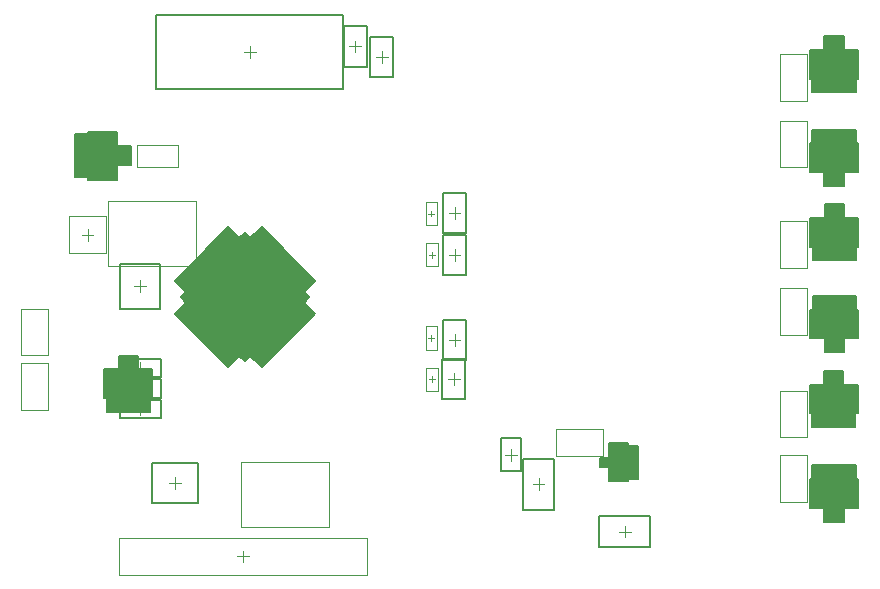
<source format=gbr>
%TF.GenerationSoftware,Altium Limited,Altium Designer,21.6.4 (81)*%
G04 Layer_Color=32768*
%FSLAX43Y43*%
%MOMM*%
%TF.SameCoordinates,EF7AACBD-433E-4B6D-8733-A8E214C0EB56*%
%TF.FilePolarity,Positive*%
%TF.FileFunction,Other,Mechanical_15*%
%TF.Part,Single*%
G01*
G75*
%TA.AperFunction,NonConductor*%
%ADD58C,0.100*%
%ADD59C,0.152*%
%ADD60C,0.200*%
%ADD81C,0.050*%
G36*
X82295Y52655D02*
X83515D01*
Y50242D01*
X83311D01*
Y49070D01*
X79655D01*
Y50242D01*
X79451D01*
Y52655D01*
X80671D01*
Y53827D01*
X82295D01*
Y52655D01*
D02*
G37*
G36*
X20764Y44525D02*
X21937D01*
Y42901D01*
X20764D01*
Y41681D01*
X18351D01*
Y41885D01*
X17179D01*
Y45541D01*
X18351D01*
Y45745D01*
X20764D01*
Y44525D01*
D02*
G37*
G36*
X83311Y44742D02*
X83515D01*
Y42329D01*
X82295D01*
Y41157D01*
X80671D01*
Y42329D01*
X79451D01*
Y44742D01*
X79655D01*
Y45914D01*
X83311D01*
Y44742D01*
D02*
G37*
G36*
X37543Y33136D02*
X36586Y32179D01*
X37040Y31725D01*
X36586Y31271D01*
X37543Y30314D01*
X33009Y25780D01*
X32052Y26737D01*
X31598Y26283D01*
X31144Y26737D01*
X30187Y25780D01*
X25653Y30314D01*
X26610Y31271D01*
X26156Y31725D01*
X26610Y32179D01*
X25653Y33136D01*
X30187Y37670D01*
X31144Y36713D01*
X31598Y37167D01*
X32052Y36713D01*
X33009Y37670D01*
X37543Y33136D01*
D02*
G37*
G36*
X82321Y38431D02*
X83541D01*
Y36018D01*
X83337D01*
Y34846D01*
X79681D01*
Y36018D01*
X79477D01*
Y38431D01*
X80697D01*
Y39603D01*
X82321D01*
Y38431D01*
D02*
G37*
G36*
X83337Y30645D02*
X83541D01*
Y28232D01*
X82321D01*
Y27060D01*
X80697D01*
Y28232D01*
X79477D01*
Y30645D01*
X79681D01*
Y31817D01*
X83337D01*
Y30645D01*
D02*
G37*
G36*
X22554Y25616D02*
X23774D01*
Y23203D01*
X23570D01*
Y22031D01*
X19914D01*
Y23203D01*
X19710D01*
Y25616D01*
X20930D01*
Y26788D01*
X22554D01*
Y25616D01*
D02*
G37*
G36*
X82270Y24295D02*
X83490D01*
Y21882D01*
X83286D01*
Y20710D01*
X79630D01*
Y21882D01*
X79426D01*
Y24295D01*
X80646D01*
Y25467D01*
X82270D01*
Y24295D01*
D02*
G37*
G36*
X64072Y19136D02*
X64844D01*
Y16373D01*
X64072D01*
Y16129D01*
X62471D01*
Y17389D01*
X61699D01*
Y18120D01*
X62471D01*
Y19380D01*
X64072D01*
Y19136D01*
D02*
G37*
G36*
X83311Y16319D02*
X83515D01*
Y13906D01*
X82295D01*
Y12734D01*
X80671D01*
Y13906D01*
X79451D01*
Y16319D01*
X79655D01*
Y17492D01*
X83311D01*
Y16319D01*
D02*
G37*
D58*
X25201Y15961D02*
X26201D01*
X25701Y15461D02*
Y16461D01*
X22258Y24003D02*
X23258D01*
X22758Y23503D02*
Y24503D01*
X22258Y22250D02*
X23258D01*
X22758Y21750D02*
Y22750D01*
X40945Y52459D02*
Y53459D01*
X40445Y52959D02*
X41445D01*
X43205Y51531D02*
Y52531D01*
X42705Y52031D02*
X43705D01*
X47172Y35331D02*
X47672D01*
X47422Y35081D02*
Y35581D01*
X47146Y38811D02*
X47646D01*
X47396Y38561D02*
Y39061D01*
X49352Y38337D02*
Y39337D01*
X48852Y38837D02*
X49852D01*
X49301Y24277D02*
Y25277D01*
X48801Y24777D02*
X49801D01*
X49352Y34806D02*
Y35806D01*
X48852Y35306D02*
X49852D01*
X49352Y27618D02*
Y28618D01*
X48852Y28118D02*
X49852D01*
X47146Y28296D02*
X47646D01*
X47396Y28046D02*
Y28546D01*
X47172Y24765D02*
X47672D01*
X47422Y24515D02*
Y25015D01*
X22743Y32143D02*
Y33143D01*
X22243Y32643D02*
X23243D01*
X22427Y44588D02*
X25927D01*
X22427Y42788D02*
Y44588D01*
Y42788D02*
X25927D01*
Y44588D01*
X18279Y36518D02*
Y37518D01*
X17779Y37018D02*
X18779D01*
X54102Y17890D02*
Y18890D01*
X53602Y18390D02*
X54602D01*
X55964Y15889D02*
X56964D01*
X56464Y15389D02*
Y16389D01*
X63754Y11387D02*
Y12387D01*
X63254Y11887D02*
X64254D01*
X22758Y25256D02*
Y26256D01*
X22258Y25756D02*
X23258D01*
X32004Y51972D02*
Y52972D01*
X31504Y52472D02*
X32504D01*
D59*
X23774Y23203D02*
Y25616D01*
X22554D02*
X23774D01*
X22554D02*
Y26788D01*
X20930D02*
X22554D01*
X20930Y25616D02*
Y26788D01*
X19710Y25616D02*
X20930D01*
X19710Y23203D02*
Y25616D01*
Y23203D02*
X19914D01*
X23570D02*
X23774D01*
X19914Y22031D02*
Y23203D01*
X23570Y22031D02*
Y23203D01*
X19914Y22031D02*
X23570D01*
X18351Y41681D02*
X20764D01*
Y42901D01*
X21937D01*
Y44525D01*
X20764D02*
X21937D01*
X20764D02*
Y45745D01*
X18351D02*
X20764D01*
X18351Y45541D02*
Y45745D01*
Y41681D02*
Y41885D01*
X17179Y45541D02*
X18351D01*
X17179Y41885D02*
X18351D01*
X17179D02*
Y45541D01*
X79477Y28232D02*
Y30645D01*
Y28232D02*
X80697D01*
Y27060D02*
Y28232D01*
Y27060D02*
X82321D01*
Y28232D01*
X83541D01*
Y30645D01*
X83337D02*
X83541D01*
X79477D02*
X79681D01*
X83337D02*
Y31817D01*
X79681Y30645D02*
Y31817D01*
X83337D01*
X83541Y36018D02*
Y38431D01*
X82321D02*
X83541D01*
X82321D02*
Y39603D01*
X80697D02*
X82321D01*
X80697Y38431D02*
Y39603D01*
X79477Y38431D02*
X80697D01*
X79477Y36018D02*
Y38431D01*
Y36018D02*
X79681D01*
X83337D02*
X83541D01*
X79681Y34846D02*
Y36018D01*
X83337Y34846D02*
Y36018D01*
X79681Y34846D02*
X83337D01*
X83490Y21882D02*
Y24295D01*
X82270D02*
X83490D01*
X82270D02*
Y25467D01*
X80646D02*
X82270D01*
X80646Y24295D02*
Y25467D01*
X79426Y24295D02*
X80646D01*
X79426Y21882D02*
Y24295D01*
Y21882D02*
X79630D01*
X83286D02*
X83490D01*
X79630Y20710D02*
Y21882D01*
X83286Y20710D02*
Y21882D01*
X79630Y20710D02*
X83286D01*
X79451Y13906D02*
Y16319D01*
Y13906D02*
X80671D01*
Y12734D02*
Y13906D01*
Y12734D02*
X82295D01*
Y13906D01*
X83515D01*
Y16319D01*
X83311D02*
X83515D01*
X79451D02*
X79655D01*
X83311D02*
Y17492D01*
X79655Y16319D02*
Y17492D01*
X83311D01*
X79451Y42329D02*
Y44742D01*
Y42329D02*
X80671D01*
Y41157D02*
Y42329D01*
Y41157D02*
X82295D01*
Y42329D01*
X83515D01*
Y44742D01*
X83311D02*
X83515D01*
X79451D02*
X79655D01*
X83311D02*
Y45914D01*
X79655Y44742D02*
Y45914D01*
X83311D01*
X83515Y50242D02*
Y52655D01*
X82295D02*
X83515D01*
X82295D02*
Y53827D01*
X80671D02*
X82295D01*
X80671Y52655D02*
Y53827D01*
X79451Y52655D02*
X80671D01*
X79451Y50242D02*
Y52655D01*
Y50242D02*
X79655D01*
X83311D02*
X83515D01*
X79655Y49070D02*
Y50242D01*
X83311Y49070D02*
Y50242D01*
X79655Y49070D02*
X83311D01*
X62471Y19380D02*
X64072D01*
X62471Y18120D02*
Y19380D01*
X61699Y18120D02*
X62471D01*
X61699Y17389D02*
Y18120D01*
Y17389D02*
X62471D01*
Y16129D02*
Y17389D01*
Y16129D02*
X64072D01*
Y16373D01*
Y19136D02*
Y19380D01*
Y16373D02*
X64844D01*
X64072Y19136D02*
X64844D01*
Y16373D02*
Y19136D01*
X26156Y31725D02*
X26610Y32179D01*
X25653Y33136D02*
X26610Y32179D01*
X25653Y33136D02*
X30187Y37670D01*
X31144Y36713D01*
X31598Y37167D01*
Y26283D02*
X32052Y26737D01*
X33009Y25780D01*
X37543Y30314D01*
X36586Y31271D02*
X37543Y30314D01*
X36586Y31271D02*
X37040Y31725D01*
X31144Y26737D02*
X31598Y26283D01*
X30187Y25780D02*
X31144Y26737D01*
X25653Y30314D02*
X30187Y25780D01*
X25653Y30314D02*
X26610Y31271D01*
X26156Y31725D02*
X26610Y31271D01*
X36586Y32179D02*
X37040Y31725D01*
X36586Y32179D02*
X37543Y33136D01*
X33009Y37670D02*
X37543Y33136D01*
X32052Y36713D02*
X33009Y37670D01*
X31598Y37167D02*
X32052Y36713D01*
D60*
X23778Y14261D02*
X27623D01*
Y17661D01*
X23778D02*
X27623D01*
X23778Y14261D02*
Y17661D01*
X21058Y24778D02*
X24458D01*
Y23228D02*
Y24778D01*
X21058Y23228D02*
X24458D01*
X21058D02*
Y24778D01*
Y23025D02*
X24458D01*
Y21475D02*
Y23025D01*
X21058Y21475D02*
X24458D01*
X21058D02*
Y23025D01*
X41923Y51256D02*
Y54662D01*
X39967D02*
X41923D01*
X39967Y51256D02*
Y54662D01*
Y51256D02*
X41923D01*
X44183Y50328D02*
Y53734D01*
X42227D02*
X44183D01*
X42227Y50328D02*
Y53734D01*
Y50328D02*
X44183D01*
X48374Y37133D02*
Y40540D01*
Y37133D02*
X50330D01*
Y40540D01*
X48374D02*
X50330D01*
X50279Y23074D02*
Y26480D01*
X48323D02*
X50279D01*
X48323Y23074D02*
Y26480D01*
Y23074D02*
X50279D01*
X50330Y33603D02*
Y37009D01*
X48374D02*
X50330D01*
X48374Y33603D02*
Y37009D01*
Y33603D02*
X50330D01*
X48374Y26415D02*
Y29821D01*
Y26415D02*
X50330D01*
Y29821D01*
X48374D02*
X50330D01*
X21043Y30721D02*
Y34566D01*
Y30721D02*
X24443D01*
Y34566D01*
X21043D02*
X24443D01*
X53252Y16990D02*
Y19790D01*
Y16990D02*
X54952D01*
Y19790D01*
X53252D02*
X54952D01*
X55186Y18042D02*
X57742D01*
Y13736D02*
Y18042D01*
X55186Y13736D02*
X57742D01*
X55186D02*
Y18042D01*
X65907Y10609D02*
Y13165D01*
X61601Y10609D02*
X65907D01*
X61601D02*
Y13165D01*
X65907D01*
X21058Y24981D02*
Y26531D01*
Y24981D02*
X24458D01*
Y26531D01*
X21058D02*
X24458D01*
X39904Y49322D02*
Y55622D01*
X24104D02*
X39904D01*
X24104Y49322D02*
Y55622D01*
Y49322D02*
X39904D01*
D81*
X38707Y12236D02*
Y17736D01*
X31257Y12236D02*
X38707D01*
X31257D02*
Y17736D01*
X38707D01*
X46922Y34331D02*
Y36331D01*
X47922D01*
Y34331D02*
Y36331D01*
X46922Y34331D02*
X47922D01*
X47896Y37811D02*
Y39811D01*
X46896Y37811D02*
X47896D01*
X46896D02*
Y39811D01*
X47896D01*
Y27296D02*
Y29296D01*
X46896Y27296D02*
X47896D01*
X46896D02*
Y29296D01*
X47896D01*
X46922Y23765D02*
Y25765D01*
X47922D01*
Y23765D02*
Y25765D01*
X46922Y23765D02*
X47922D01*
X27474Y34410D02*
Y39910D01*
X20024Y34410D02*
X27474D01*
X20024D02*
Y39910D01*
X27474D01*
X16729Y35458D02*
X19829D01*
X16729Y38578D02*
X19829D01*
X16729Y35458D02*
Y38578D01*
X19829Y35458D02*
Y38578D01*
X76904Y34195D02*
Y38145D01*
Y34195D02*
X79204D01*
Y38145D01*
X76904D02*
X79204D01*
X76904Y48342D02*
Y52292D01*
Y48342D02*
X79204D01*
Y52292D01*
X76904D02*
X79204D01*
Y42729D02*
Y46679D01*
X76904D02*
X79204D01*
X76904Y42729D02*
Y46679D01*
Y42729D02*
X79204D01*
X79179Y28556D02*
Y32506D01*
X76879D02*
X79179D01*
X76879Y28556D02*
Y32506D01*
Y28556D02*
X79179D01*
X76879Y19869D02*
Y23819D01*
Y19869D02*
X79179D01*
Y23819D01*
X76879D02*
X79179D01*
Y14408D02*
Y18358D01*
X76879D02*
X79179D01*
X76879Y14408D02*
Y18358D01*
Y14408D02*
X79179D01*
X57944Y18306D02*
X61894D01*
Y20606D01*
X57944D02*
X61894D01*
X57944Y18306D02*
Y20606D01*
X12668Y26803D02*
Y30753D01*
Y26803D02*
X14968D01*
Y30753D01*
X12668D02*
X14968D01*
Y22206D02*
Y26156D01*
X12668D02*
X14968D01*
X12668Y22206D02*
Y26156D01*
Y22206D02*
X14968D01*
X30971Y9779D02*
X31971D01*
X31471Y9279D02*
Y10279D01*
X20961Y8234D02*
X41981D01*
Y11324D01*
X20961D02*
X41981D01*
X20961Y8234D02*
Y11324D01*
%TF.MD5,082415b55c6181d1254b186797140f61*%
M02*

</source>
